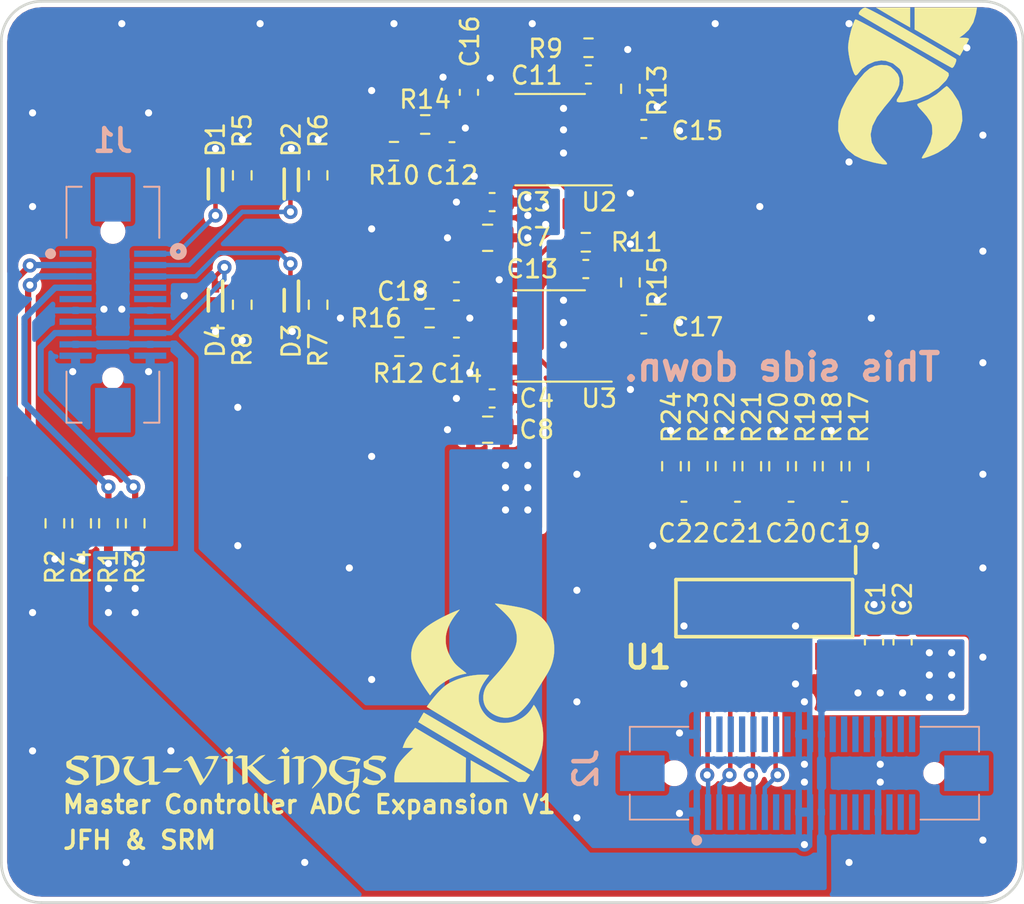
<source format=kicad_pcb>
(kicad_pcb (version 20171130) (host pcbnew 5.1.8-db9833491~88~ubuntu20.04.1)
  (title_block (title " PROJECT TITLE") (date 2018-07-24) (rev 0.1) (company JSR))
  (layers (0 F.Cu signal) (31 B.Cu signal) (34 B.Paste user) (35 F.Paste user) (36 B.SilkS user) (37 F.SilkS user) (38 B.Mask user) (39 F.Mask user) (44 Edge.Cuts user))
  (net 0 "")
  (net 1 GND)
  (net 2 /CS0_P)
  (net 3 /CS1_P)
  (net 4 +5V)
  (net 5 "Net-(C12-Pad1)")
  (net 6 "Net-(C12-Pad2)")
  (net 7 "Net-(C14-Pad1)")
  (net 8 "Net-(C15-Pad1)")
  (net 9 "Net-(C17-Pad1)")
  (net 10 "Net-(C18-Pad1)")
  (net 11 /CoolSensor0)
  (net 12 /CoolSensor1)
  (net 13 /AuxSensor2)
  (net 14 /AuxSensor3)
  (net 15 /AuxSensor2Supply)
  (net 16 /AuxSensor2Ground)
  (net 17 /AuxSensor3Supply)
  (net 18 /AuxSensor3Ground)
  (net 19 /SPI_CLK)
  (net 20 /SPI_OUT)
  (net 21 /SPI_IN)
  (net 22 /SPI_CS)
  (net 23 "Net-(J1-PadMP1)")
  (net 24 "Net-(J1-PadMP2)")
  (net 25 "Net-(J2-PadMP2)")
  (net 26 "Net-(J2-PadMP1)")
  (net 27 "Net-(J2-Pad38)")
  (net 28 "Net-(J2-Pad37)")
  (net 29 "Net-(J2-Pad36)")
  (net 30 "Net-(J2-Pad35)")
  (net 31 "Net-(J2-Pad32)")
  (net 32 "Net-(J2-Pad31)")
  (net 33 "Net-(J2-Pad29)")
  (net 34 "Net-(J2-Pad27)")
  (net 35 "Net-(J2-Pad25)")
  (net 36 "Net-(J2-Pad18)")
  (net 37 "Net-(J2-Pad17)")
  (net 38 "Net-(J2-Pad16)")
  (net 39 "Net-(J2-Pad15)")
  (net 40 "Net-(J2-Pad10)")
  (net 41 "Net-(J2-Pad9)")
  (net 42 "Net-(J2-Pad8)")
  (net 43 "Net-(J2-Pad7)")
  (net 44 "Net-(C11-Pad2)")
  (net 45 "Net-(C11-Pad1)")
  (net 46 "Net-(C13-Pad2)")
  (net 47 "Net-(C13-Pad1)")
  (net 48 "Net-(C14-Pad2)")
  (net 49 "Net-(C16-Pad1)")
  (net 50 /CS0_N)
  (net 51 /CS1_N)
  (net 52 /A2_N)
  (net 53 /A2_P)
  (net 54 /A3_N)
  (net 55 /A3_P)
  (net 56 "Net-(J2-Pad30)")
  (net 57 "Net-(J2-Pad28)")
  (net 58 "Net-(J2-Pad26)")
  (net 59 "Net-(J1-Pad9)")
  (net 60 "Net-(J1-Pad10)")
  (net 61 "Net-(J2-Pad40)")
  (net 62 "Net-(J2-Pad39)")
  (net 63 "Net-(J1-Pad1)")
  (net 64 "Net-(J1-Pad8)")
  (net 65 "Net-(J1-Pad14)")
  (net 66 "Net-(J1-Pad13)")
  (net 67 "Net-(J2-Pad4)")
  (net 68 "Net-(J2-Pad6)")
  (net 69 "Net-(J2-Pad12)")
  (net 70 "Net-(J2-Pad14)")
  (module Vikings_connectors:Molex_536270474_flipped (layer B.Cu) (at 163 115.25)
    (fp_text reference J2 (at -12.25 -0.25 90) (layer B.SilkS) (effects (font (size 1.27 1.27) (thickness 0.254)) (justify mirror)))
    (fp_text value Molex_53627-0474 hide)
    (pad 1 smd rect (at -6.032 2.1815) (size 0.35 2) (layers B.Cu B.Paste B.Mask) (net 1 GND))
    (pad 2 smd rect (at -6.032 -2.1815) (size 0.35 2) (layers B.Cu B.Paste B.Mask) (net 1 GND))
    (pad 3 smd rect (at -5.397 2.1815) (size 0.35 2) (layers B.Cu B.Paste B.Mask) (net 22 /SPI_CS))
    (pad 4 smd rect (at -5.397 -2.1815) (size 0.35 2) (layers B.Cu B.Paste B.Mask) (net 67 "Net-(J2-Pad4)"))
    (pad 5 smd rect (at -4.763 2.1815) (size 0.35 2) (layers B.Cu B.Paste B.Mask) (net 21 /SPI_IN))
    (pad 6 smd rect (at -4.763 -2.1815) (size 0.35 2) (layers B.Cu B.Paste B.Mask) (net 68 "Net-(J2-Pad6)"))
    (pad 7 smd rect (at -4.127 2.1815) (size 0.35 2) (layers B.Cu B.Paste B.Mask) (net 43 "Net-(J2-Pad7)"))
    (pad 8 smd rect (at -4.127 -2.1815) (size 0.35 2) (layers B.Cu B.Paste B.Mask) (net 42 "Net-(J2-Pad8)"))
    (pad 9 smd rect (at -3.492 2.1815) (size 0.35 2) (layers B.Cu B.Paste B.Mask) (net 41 "Net-(J2-Pad9)"))
    (pad 10 smd rect (at -3.492 -2.1815) (size 0.35 2) (layers B.Cu B.Paste B.Mask) (net 40 "Net-(J2-Pad10)"))
    (pad 11 smd rect (at -2.857 2.1815) (size 0.35 2) (layers B.Cu B.Paste B.Mask) (net 20 /SPI_OUT))
    (pad 12 smd rect (at -2.857 -2.1815) (size 0.35 2) (layers B.Cu B.Paste B.Mask) (net 69 "Net-(J2-Pad12)"))
    (pad 13 smd rect (at -2.222 2.1815) (size 0.35 2) (layers B.Cu B.Paste B.Mask) (net 19 /SPI_CLK))
    (pad 14 smd rect (at -2.222 -2.1815) (size 0.35 2) (layers B.Cu B.Paste B.Mask) (net 70 "Net-(J2-Pad14)"))
    (pad 15 smd rect (at -1.587 2.1815) (size 0.35 2) (layers B.Cu B.Paste B.Mask) (net 39 "Net-(J2-Pad15)"))
    (pad 16 smd rect (at -1.587 -2.1815) (size 0.35 2) (layers B.Cu B.Paste B.Mask) (net 38 "Net-(J2-Pad16)"))
    (pad 17 smd rect (at -0.952 2.1815) (size 0.35 2) (layers B.Cu B.Paste B.Mask) (net 37 "Net-(J2-Pad17)"))
    (pad 18 smd rect (at -0.952 -2.1815) (size 0.35 2) (layers B.Cu B.Paste B.Mask) (net 36 "Net-(J2-Pad18)"))
    (pad 19 smd rect (at -0.317 2.1815) (size 0.35 2) (layers B.Cu B.Paste B.Mask) (net 1 GND))
    (pad 20 smd rect (at -0.317 -2.1815) (size 0.35 2) (layers B.Cu B.Paste B.Mask) (net 1 GND))
    (pad 21 smd rect (at 0.317 2.1815) (size 0.35 2) (layers B.Cu B.Paste B.Mask) (net 1 GND))
    (pad 22 smd rect (at 0.317 -2.1815) (size 0.35 2) (layers B.Cu B.Paste B.Mask) (net 1 GND))
    (pad 23 smd rect (at 0.953 2.1815) (size 0.35 2) (layers B.Cu B.Paste B.Mask) (net 4 +5V))
    (pad 24 smd rect (at 0.953 -2.1815) (size 0.35 2) (layers B.Cu B.Paste B.Mask) (net 4 +5V))
    (pad 25 smd rect (at 1.588 2.1815) (size 0.35 2) (layers B.Cu B.Paste B.Mask) (net 35 "Net-(J2-Pad25)"))
    (pad 26 smd rect (at 1.588 -2.1815) (size 0.35 2) (layers B.Cu B.Paste B.Mask) (net 58 "Net-(J2-Pad26)"))
    (pad 27 smd rect (at 2.223 2.1815) (size 0.35 2) (layers B.Cu B.Paste B.Mask) (net 34 "Net-(J2-Pad27)"))
    (pad 28 smd rect (at 2.223 -2.1815) (size 0.35 2) (layers B.Cu B.Paste B.Mask) (net 57 "Net-(J2-Pad28)"))
    (pad 29 smd rect (at 2.858 2.1815) (size 0.35 2) (layers B.Cu B.Paste B.Mask) (net 33 "Net-(J2-Pad29)"))
    (pad 30 smd rect (at 2.858 -2.1815) (size 0.35 2) (layers B.Cu B.Paste B.Mask) (net 56 "Net-(J2-Pad30)"))
    (pad 31 smd rect (at 3.493 2.1815) (size 0.35 2) (layers B.Cu B.Paste B.Mask) (net 32 "Net-(J2-Pad31)"))
    (pad 32 smd rect (at 3.493 -2.1815) (size 0.35 2) (layers B.Cu B.Paste B.Mask) (net 31 "Net-(J2-Pad32)"))
    (pad 33 smd rect (at 4.128 2.1815) (size 0.35 2) (layers B.Cu B.Paste B.Mask) (net 1 GND))
    (pad 34 smd rect (at 4.128 -2.1815) (size 0.35 2) (layers B.Cu B.Paste B.Mask) (net 1 GND))
    (pad 35 smd rect (at 4.763 2.1815) (size 0.35 2) (layers B.Cu B.Paste B.Mask) (net 30 "Net-(J2-Pad35)"))
    (pad 36 smd rect (at 4.763 -2.1815) (size 0.35 2) (layers B.Cu B.Paste B.Mask) (net 29 "Net-(J2-Pad36)"))
    (pad 37 smd rect (at 5.397 2.1815) (size 0.35 2) (layers B.Cu B.Paste B.Mask) (net 28 "Net-(J2-Pad37)"))
    (pad 38 smd rect (at 5.397 -2.1815) (size 0.35 2) (layers B.Cu B.Paste B.Mask) (net 27 "Net-(J2-Pad38)"))
    (pad 39 smd rect (at 6.032 2.1815) (size 0.35 2) (layers B.Cu B.Paste B.Mask) (net 62 "Net-(J2-Pad39)"))
    (pad 40 smd rect (at 6.032 -2.1815) (size 0.35 2) (layers B.Cu B.Paste B.Mask) (net 61 "Net-(J2-Pad40)"))
    (pad "" np_thru_hole circle (at -7.285 0) (size 0.75 0.75) (drill 0.75) (layers *.Cu *.Mask))
    (pad "" np_thru_hole circle (at 7.285 0) (size 0.95 0.95) (drill 0.95) (layers *.Cu *.Mask))
    (pad MP1 smd rect (at -9.085 0 270) (size 2 2.5) (layers B.Cu B.Paste B.Mask) (net 26 "Net-(J2-PadMP1)"))
    (pad MP2 smd rect (at 9.085 0 270) (size 2 2.5) (layers B.Cu B.Paste B.Mask) (net 25 "Net-(J2-PadMP2)"))
  )
  (module Vikings_connectors:Molex_536270274_flipped (layer B.Cu) (at 124.25 89 270)
    (fp_text reference J1 (at -9.2 0 180) (layer B.SilkS) (effects (font (size 1.27 1.27) (thickness 0.254)) (justify mirror)))
    (fp_text value Molex_53627-0274 hide)
    (pad MP2 smd rect (at 5.91 0 180) (size 2 2.5) (layers B.Cu B.Paste B.Mask) (net 24 "Net-(J1-PadMP2)"))
    (pad MP1 smd rect (at -5.91 0 180) (size 2 2.5) (layers B.Cu B.Paste B.Mask) (net 23 "Net-(J1-PadMP1)"))
    (pad "" np_thru_hole circle (at 4.11 0 270) (size 0.95 0.95) (drill 0.95) (layers *.Cu *.Mask))
    (pad "" np_thru_hole circle (at -4.11 0 270) (size 0.75 0.75) (drill 0.75) (layers *.Cu *.Mask))
    (pad 20 smd rect (at 2.857 -2.091 270) (size 0.35 1.8) (layers B.Cu B.Paste B.Mask) (net 1 GND))
    (pad 19 smd rect (at 2.857 2.091 270) (size 0.35 1.8) (layers B.Cu B.Paste B.Mask) (net 1 GND))
    (pad 18 smd rect (at 2.223 -2.091 270) (size 0.35 1.8) (layers B.Cu B.Paste B.Mask) (net 4 +5V))
    (pad 17 smd rect (at 2.223 2.091 270) (size 0.35 1.8) (layers B.Cu B.Paste B.Mask) (net 4 +5V))
    (pad 16 smd rect (at 1.588 -2.091 270) (size 0.35 1.8) (layers B.Cu B.Paste B.Mask) (net 14 /AuxSensor3))
    (pad 15 smd rect (at 1.588 2.091 270) (size 0.35 1.8) (layers B.Cu B.Paste B.Mask) (net 17 /AuxSensor3Supply))
    (pad 14 smd rect (at 0.953 -2.091 270) (size 0.35 1.8) (layers B.Cu B.Paste B.Mask) (net 65 "Net-(J1-Pad14)"))
    (pad 13 smd rect (at 0.953 2.091 270) (size 0.35 1.8) (layers B.Cu B.Paste B.Mask) (net 66 "Net-(J1-Pad13)"))
    (pad 12 smd rect (at 0.318 -2.091 270) (size 0.35 1.8) (layers B.Cu B.Paste B.Mask) (net 1 GND))
    (pad 11 smd rect (at 0.318 2.091 270) (size 0.35 1.8) (layers B.Cu B.Paste B.Mask) (net 1 GND))
    (pad 10 smd rect (at -0.317 -2.091 270) (size 0.35 1.8) (layers B.Cu B.Paste B.Mask) (net 60 "Net-(J1-Pad10)"))
    (pad 9 smd rect (at -0.317 2.091 270) (size 0.35 1.8) (layers B.Cu B.Paste B.Mask) (net 59 "Net-(J1-Pad9)"))
    (pad 8 smd rect (at -0.952 -2.091 270) (size 0.35 1.8) (layers B.Cu B.Paste B.Mask) (net 64 "Net-(J1-Pad8)"))
    (pad 7 smd rect (at -0.952 2.091 270) (size 0.35 1.8) (layers B.Cu B.Paste B.Mask) (net 15 /AuxSensor2Supply))
    (pad 6 smd rect (at -1.587 -2.091 270) (size 0.35 1.8) (layers B.Cu B.Paste B.Mask) (net 13 /AuxSensor2))
    (pad 5 smd rect (at -1.587 2.091 270) (size 0.35 1.8) (layers B.Cu B.Paste B.Mask) (net 18 /AuxSensor3Ground))
    (pad 4 smd rect (at -2.222 -2.091 270) (size 0.35 1.8) (layers B.Cu B.Paste B.Mask) (net 12 /CoolSensor1))
    (pad 3 smd rect (at -2.222 2.091 270) (size 0.35 1.8) (layers B.Cu B.Paste B.Mask) (net 16 /AuxSensor2Ground))
    (pad 2 smd rect (at -2.857 -2.091 270) (size 0.35 1.8) (layers B.Cu B.Paste B.Mask) (net 11 /CoolSensor0))
    (pad 1 smd rect (at -2.857 2.091 270) (size 0.35 1.8) (layers B.Cu B.Paste B.Mask) (net 63 "Net-(J1-Pad1)"))
  )
  (module Vikings_graphics:VikingLogo_Silk_9x10mm (layer F.Cu) (at 144.5 110.75)
    (fp_text reference G*** hide)
    (fp_text value LOGO hide)
  )
  (module Vikings_graphics:VikingsText_Silk_19x3mm (layer F.Cu) (at 130.5 115)
    (fp_text reference G*** hide)
    (fp_text value LOGO hide)
  )
  (module Vikings_graphics:VikingLogo_Silk_8x9mm (layer F.Cu) (at 168.75 76.75 180)
    (fp_text reference G*** hide)
    (fp_text value LOGO hide)
  )
  (module Capacitor_SMD:C_0603_1608Metric (layer F.Cu) (at 166.9 107.9 270)
    (fp_text reference C1 (at -2.4 -0.1 90) (layer F.SilkS))
    (fp_text value "100 nF")
    (pad 2 smd roundrect (at 0.775 0 270) (size 0.9 0.95) (layers F.Cu F.Paste F.Mask) (net 4 +5V))
    (pad 1 smd roundrect (at -0.775 0 270) (size 0.9 0.95) (layers F.Cu F.Paste F.Mask) (net 1 GND))
  )
  (module Capacitor_SMD:C_0603_1608Metric (layer F.Cu) (at 168.5 107.9 270)
    (fp_text reference C2 (at -2.4 0 90) (layer F.SilkS))
    (fp_text value "4.7 µF")
    (pad 1 smd roundrect (at -0.775 0 270) (size 0.9 0.95) (layers F.Cu F.Paste F.Mask) (net 1 GND))
    (pad 2 smd roundrect (at 0.775 0 270) (size 0.9 0.95) (layers F.Cu F.Paste F.Mask) (net 4 +5V))
  )
  (module Capacitor_SMD:C_0603_1608Metric (layer F.Cu) (at 145.5 83.25)
    (fp_text reference C3 (at 2.3 0) (layer F.SilkS))
    (fp_text value "100 nF")
    (pad 1 smd roundrect (at -0.775 0) (size 0.9 0.95) (layers F.Cu F.Paste F.Mask) (net 1 GND))
    (pad 2 smd roundrect (at 0.775 0) (size 0.9 0.95) (layers F.Cu F.Paste F.Mask) (net 4 +5V))
  )
  (module Capacitor_SMD:C_0603_1608Metric (layer F.Cu) (at 145.5 94.25)
    (fp_text reference C4 (at 2.5 0) (layer F.SilkS))
    (fp_text value "100 nF")
    (pad 2 smd roundrect (at 0.775 0) (size 0.9 0.95) (layers F.Cu F.Paste F.Mask) (net 4 +5V))
    (pad 1 smd roundrect (at -0.775 0) (size 0.9 0.95) (layers F.Cu F.Paste F.Mask) (net 1 GND))
  )
  (module Capacitor_SMD:C_0805_2012Metric (layer F.Cu) (at 145.25 85.25)
    (fp_text reference C7 (at 2.55 -0.05) (layer F.SilkS))
    (fp_text value "10 µF")
    (pad 1 smd roundrect (at -0.95 0) (size 1 1.45) (layers F.Cu F.Paste F.Mask) (net 1 GND))
    (pad 2 smd roundrect (at 0.95 0) (size 1 1.45) (layers F.Cu F.Paste F.Mask) (net 4 +5V))
  )
  (module Capacitor_SMD:C_0805_2012Metric (layer F.Cu) (at 145.25 96)
    (fp_text reference C8 (at 2.75 0) (layer F.SilkS))
    (fp_text value "10 µF")
    (pad 2 smd roundrect (at 0.95 0) (size 1 1.45) (layers F.Cu F.Paste F.Mask) (net 4 +5V))
    (pad 1 smd roundrect (at -0.95 0) (size 1 1.45) (layers F.Cu F.Paste F.Mask) (net 1 GND))
  )
  (module Capacitor_SMD:C_0603_1608Metric (layer F.Cu) (at 150.9 76.1)
    (fp_text reference C11 (at -2.9 0.05) (layer F.SilkS))
    (fp_text value "56 nF")
    (pad 2 smd roundrect (at 0.775 0) (size 0.9 0.95) (layers F.Cu F.Paste F.Mask) (net 44 "Net-(C11-Pad2)"))
    (pad 1 smd roundrect (at -0.775 0) (size 0.9 0.95) (layers F.Cu F.Paste F.Mask) (net 45 "Net-(C11-Pad1)"))
  )
  (module Capacitor_SMD:C_0603_1608Metric (layer F.Cu) (at 143.25 80.4 180)
    (fp_text reference C12 (at 0 -1.35) (layer F.SilkS))
    (fp_text value "56 nF")
    (pad 1 smd roundrect (at -0.775 0 180) (size 0.9 0.95) (layers F.Cu F.Paste F.Mask) (net 5 "Net-(C12-Pad1)"))
    (pad 2 smd roundrect (at 0.775 0 180) (size 0.9 0.95) (layers F.Cu F.Paste F.Mask) (net 6 "Net-(C12-Pad2)"))
  )
  (module Capacitor_SMD:C_0603_1608Metric (layer F.Cu) (at 150.75 87)
    (fp_text reference C13 (at -3 0) (layer F.SilkS))
    (fp_text value "56 nF")
    (pad 2 smd roundrect (at 0.775 0) (size 0.9 0.95) (layers F.Cu F.Paste F.Mask) (net 46 "Net-(C13-Pad2)"))
    (pad 1 smd roundrect (at -0.775 0) (size 0.9 0.95) (layers F.Cu F.Paste F.Mask) (net 47 "Net-(C13-Pad1)"))
  )
  (module Capacitor_SMD:C_0603_1608Metric (layer F.Cu) (at 143.5 91.35 180)
    (fp_text reference C14 (at 0 -1.5) (layer F.SilkS))
    (fp_text value "56 nF")
    (pad 1 smd roundrect (at -0.775 0 180) (size 0.9 0.95) (layers F.Cu F.Paste F.Mask) (net 7 "Net-(C14-Pad1)"))
    (pad 2 smd roundrect (at 0.775 0 180) (size 0.9 0.95) (layers F.Cu F.Paste F.Mask) (net 48 "Net-(C14-Pad2)"))
  )
  (module Capacitor_SMD:C_0603_1608Metric (layer F.Cu) (at 154 79.15)
    (fp_text reference C15 (at 3 0.1) (layer F.SilkS))
    (fp_text value "33 nF")
    (pad 1 smd roundrect (at -0.775 0) (size 0.9 0.95) (layers F.Cu F.Paste F.Mask) (net 8 "Net-(C15-Pad1)"))
    (pad 2 smd roundrect (at 0.775 0) (size 0.9 0.95) (layers F.Cu F.Paste F.Mask) (net 1 GND))
  )
  (module Capacitor_SMD:C_0603_1608Metric (layer F.Cu) (at 144.2 77.1 90)
    (fp_text reference C16 (at 2.85 0.05 270) (layer F.SilkS))
    (fp_text value "33 nF")
    (pad 1 smd roundrect (at -0.775 0 90) (size 0.9 0.95) (layers F.Cu F.Paste F.Mask) (net 49 "Net-(C16-Pad1)"))
    (pad 2 smd roundrect (at 0.775 0 90) (size 0.9 0.95) (layers F.Cu F.Paste F.Mask) (net 1 GND))
  )
  (module Capacitor_SMD:C_0603_1608Metric (layer F.Cu) (at 154 90.1)
    (fp_text reference C17 (at 3 0.15) (layer F.SilkS))
    (fp_text value "33 nF")
    (pad 1 smd roundrect (at -0.775 0) (size 0.9 0.95) (layers F.Cu F.Paste F.Mask) (net 9 "Net-(C17-Pad1)"))
    (pad 2 smd roundrect (at 0.775 0) (size 0.9 0.95) (layers F.Cu F.Paste F.Mask) (net 1 GND))
  )
  (module Capacitor_SMD:C_0603_1608Metric (layer F.Cu) (at 143.5 88.25 180)
    (fp_text reference C18 (at 3 0) (layer F.SilkS))
    (fp_text value "33 nF")
    (pad 2 smd roundrect (at 0.775 0 180) (size 0.9 0.95) (layers F.Cu F.Paste F.Mask) (net 1 GND))
    (pad 1 smd roundrect (at -0.775 0 180) (size 0.9 0.95) (layers F.Cu F.Paste F.Mask) (net 10 "Net-(C18-Pad1)"))
  )
  (module Capacitor_SMD:C_0603_1608Metric (layer F.Cu) (at 165.25 100.55 180)
    (fp_text reference C19 (at 0 -1.25) (layer F.SilkS))
    (fp_text value "15 nF")
    (pad 2 smd roundrect (at 0.775 0 180) (size 0.9 0.95) (layers F.Cu F.Paste F.Mask) (net 50 /CS0_N))
    (pad 1 smd roundrect (at -0.775 0 180) (size 0.9 0.95) (layers F.Cu F.Paste F.Mask) (net 2 /CS0_P))
  )
  (module Capacitor_SMD:C_0603_1608Metric (layer F.Cu) (at 162.25 100.55 180)
    (fp_text reference C20 (at 0 -1.25) (layer F.SilkS))
    (fp_text value "15 nF")
    (pad 1 smd roundrect (at -0.775 0 180) (size 0.9 0.95) (layers F.Cu F.Paste F.Mask) (net 3 /CS1_P))
    (pad 2 smd roundrect (at 0.775 0 180) (size 0.9 0.95) (layers F.Cu F.Paste F.Mask) (net 51 /CS1_N))
  )
  (module Capacitor_SMD:C_0603_1608Metric (layer F.Cu) (at 159.25 100.55 180)
    (fp_text reference C21 (at 0 -1.25) (layer F.SilkS))
    (fp_text value "15 nF")
    (pad 2 smd roundrect (at 0.775 0 180) (size 0.9 0.95) (layers F.Cu F.Paste F.Mask) (net 52 /A2_N))
    (pad 1 smd roundrect (at -0.775 0 180) (size 0.9 0.95) (layers F.Cu F.Paste F.Mask) (net 53 /A2_P))
  )
  (module Capacitor_SMD:C_0603_1608Metric (layer F.Cu) (at 156.25 100.55 180)
    (fp_text reference C22 (at 0 -1.25) (layer F.SilkS))
    (fp_text value "15 nF")
    (pad 2 smd roundrect (at 0.775 0 180) (size 0.9 0.95) (layers F.Cu F.Paste F.Mask) (net 54 /A3_N))
    (pad 1 smd roundrect (at -0.775 0 180) (size 0.9 0.95) (layers F.Cu F.Paste F.Mask) (net 55 /A3_P))
  )
  (module Vikings_devices:SODFL1608X70N (layer F.Cu) (at 130 82 90)
    (fp_text reference D1 (at 2.25 0 90) (layer F.SilkS))
    (fp_text value ESD5Z5.0T1G hide)
    (pad 2 smd rect (at 0.75 0 180) (size 0.42 0.64) (layers F.Cu F.Paste F.Mask) (net 1 GND))
    (pad 1 smd rect (at -0.75 0 180) (size 0.42 0.64) (layers F.Cu F.Paste F.Mask) (net 11 /CoolSensor0))
  )
  (module Vikings_devices:SODFL1608X70N (layer F.Cu) (at 134.25 82 90)
    (fp_text reference D2 (at 2.25 0 90) (layer F.SilkS))
    (fp_text value ESD5Z5.0T1G hide)
    (pad 1 smd rect (at -0.75 0 180) (size 0.42 0.64) (layers F.Cu F.Paste F.Mask) (net 12 /CoolSensor1))
    (pad 2 smd rect (at 0.75 0 180) (size 0.42 0.64) (layers F.Cu F.Paste F.Mask) (net 1 GND))
  )
  (module Vikings_devices:SODFL1608X70N (layer F.Cu) (at 134.25 88.75 270)
    (fp_text reference D3 (at 2.286 0 90) (layer F.SilkS))
    (fp_text value ESD5Z5.0T1G hide)
    (pad 1 smd rect (at -0.75 0) (size 0.42 0.64) (layers F.Cu F.Paste F.Mask) (net 13 /AuxSensor2))
    (pad 2 smd rect (at 0.75 0) (size 0.42 0.64) (layers F.Cu F.Paste F.Mask) (net 1 GND))
  )
  (module Vikings_devices:SODFL1608X70N (layer F.Cu) (at 130 88.75 270)
    (fp_text reference D4 (at 2.25 0 90) (layer F.SilkS))
    (fp_text value ESD5Z5.0T1G hide)
    (pad 2 smd rect (at 0.75 0) (size 0.42 0.64) (layers F.Cu F.Paste F.Mask) (net 1 GND))
    (pad 1 smd rect (at -0.75 0) (size 0.42 0.64) (layers F.Cu F.Paste F.Mask) (net 14 /AuxSensor3))
  )
  (module Resistor_SMD:R_0603_1608Metric (layer F.Cu) (at 124 101.25 90)
    (fp_text reference R1 (at -2.45 0 90) (layer F.SilkS))
    (fp_text value 0R)
    (pad 1 smd roundrect (at -0.825 0 90) (size 0.8 0.95) (layers F.Cu F.Paste F.Mask) (net 4 +5V))
    (pad 2 smd roundrect (at 0.825 0 90) (size 0.8 0.95) (layers F.Cu F.Paste F.Mask) (net 15 /AuxSensor2Supply))
  )
  (module Resistor_SMD:R_0603_1608Metric (layer F.Cu) (at 121 101.25 90)
    (fp_text reference R2 (at -2.45 0 90) (layer F.SilkS))
    (fp_text value 0R)
    (pad 2 smd roundrect (at 0.825 0 90) (size 0.8 0.95) (layers F.Cu F.Paste F.Mask) (net 16 /AuxSensor2Ground))
    (pad 1 smd roundrect (at -0.825 0 90) (size 0.8 0.95) (layers F.Cu F.Paste F.Mask) (net 1 GND))
  )
  (module Resistor_SMD:R_0603_1608Metric (layer F.Cu) (at 125.5 101.25 90)
    (fp_text reference R3 (at -2.45 0 90) (layer F.SilkS))
    (fp_text value 0R)
    (pad 1 smd roundrect (at -0.825 0 90) (size 0.8 0.95) (layers F.Cu F.Paste F.Mask) (net 4 +5V))
    (pad 2 smd roundrect (at 0.825 0 90) (size 0.8 0.95) (layers F.Cu F.Paste F.Mask) (net 17 /AuxSensor3Supply))
  )
  (module Resistor_SMD:R_0603_1608Metric (layer F.Cu) (at 122.5 101.25 90)
    (fp_text reference R4 (at -2.45 0 90) (layer F.SilkS))
    (fp_text value 0R)
    (pad 2 smd roundrect (at 0.825 0 90) (size 0.8 0.95) (layers F.Cu F.Paste F.Mask) (net 18 /AuxSensor3Ground))
    (pad 1 smd roundrect (at -0.825 0 90) (size 0.8 0.95) (layers F.Cu F.Paste F.Mask) (net 1 GND))
  )
  (module Resistor_SMD:R_0603_1608Metric (layer F.Cu) (at 131.5 81.75 90)
    (fp_text reference R5 (at 2.5 0 90) (layer F.SilkS))
    (fp_text value 6.98k)
    (pad 2 smd roundrect (at 0.825 0 90) (size 0.8 0.95) (layers F.Cu F.Paste F.Mask) (net 1 GND))
    (pad 1 smd roundrect (at -0.825 0 90) (size 0.8 0.95) (layers F.Cu F.Paste F.Mask) (net 11 /CoolSensor0))
  )
  (module Resistor_SMD:R_0603_1608Metric (layer F.Cu) (at 135.75 81.75 90)
    (fp_text reference R6 (at 2.5 0 90) (layer F.SilkS))
    (fp_text value 6.98k)
    (pad 2 smd roundrect (at 0.825 0 90) (size 0.8 0.95) (layers F.Cu F.Paste F.Mask) (net 1 GND))
    (pad 1 smd roundrect (at -0.825 0 90) (size 0.8 0.95) (layers F.Cu F.Paste F.Mask) (net 12 /CoolSensor1))
  )
  (module Resistor_SMD:R_0603_1608Metric (layer F.Cu) (at 135.75 89 270)
    (fp_text reference R7 (at 2.54 0 90) (layer F.SilkS))
    (fp_text value NC)
    (pad 1 smd roundrect (at -0.825 0 270) (size 0.8 0.95) (layers F.Cu F.Paste F.Mask) (net 13 /AuxSensor2))
    (pad 2 smd roundrect (at 0.825 0 270) (size 0.8 0.95) (layers F.Cu F.Paste F.Mask) (net 1 GND))
  )
  (module Resistor_SMD:R_0603_1608Metric (layer F.Cu) (at 131.5 89 270)
    (fp_text reference R8 (at 2.5 0 90) (layer F.SilkS))
    (fp_text value NC)
    (pad 2 smd roundrect (at 0.825 0 270) (size 0.8 0.95) (layers F.Cu F.Paste F.Mask) (net 1 GND))
    (pad 1 smd roundrect (at -0.825 0 270) (size 0.8 0.95) (layers F.Cu F.Paste F.Mask) (net 14 /AuxSensor3))
  )
  (module Resistor_SMD:R_0603_1608Metric (layer F.Cu) (at 150.9 74.6 180)
    (fp_text reference R9 (at 2.4 -0.05) (layer F.SilkS))
    (fp_text value 8.66k)
    (pad 2 smd roundrect (at 0.825 0 180) (size 0.8 0.95) (layers F.Cu F.Paste F.Mask) (net 11 /CoolSensor0))
    (pad 1 smd roundrect (at -0.825 0 180) (size 0.8 0.95) (layers F.Cu F.Paste F.Mask) (net 44 "Net-(C11-Pad2)"))
  )
  (module Resistor_SMD:R_0603_1608Metric (layer F.Cu) (at 140 80.4 180)
    (fp_text reference R10 (at 0 -1.35) (layer F.SilkS))
    (fp_text value 8.66k)
    (pad 1 smd roundrect (at -0.825 0 180) (size 0.8 0.95) (layers F.Cu F.Paste F.Mask) (net 6 "Net-(C12-Pad2)"))
    (pad 2 smd roundrect (at 0.825 0 180) (size 0.8 0.95) (layers F.Cu F.Paste F.Mask) (net 12 /CoolSensor1))
  )
  (module Resistor_SMD:R_0603_1608Metric (layer F.Cu) (at 150.75 85.5 180)
    (fp_text reference R11 (at -2.85 0) (layer F.SilkS))
    (fp_text value 8.66k)
    (pad 1 smd roundrect (at -0.825 0 180) (size 0.8 0.95) (layers F.Cu F.Paste F.Mask) (net 46 "Net-(C13-Pad2)"))
    (pad 2 smd roundrect (at 0.825 0 180) (size 0.8 0.95) (layers F.Cu F.Paste F.Mask) (net 13 /AuxSensor2))
  )
  (module Resistor_SMD:R_0603_1608Metric (layer F.Cu) (at 140.3 91.35 180)
    (fp_text reference R12 (at 0.05 -1.5) (layer F.SilkS))
    (fp_text value 8.66k)
    (pad 2 smd roundrect (at 0.825 0 180) (size 0.8 0.95) (layers F.Cu F.Paste F.Mask) (net 14 /AuxSensor3))
    (pad 1 smd roundrect (at -0.825 0 180) (size 0.8 0.95) (layers F.Cu F.Paste F.Mask) (net 48 "Net-(C14-Pad2)"))
  )
  (module Resistor_SMD:R_0603_1608Metric (layer F.Cu) (at 153.25 76.9 90)
    (fp_text reference R13 (at -0.1 1.5 90) (layer F.SilkS))
    (fp_text value 8.66k)
    (pad 1 smd roundrect (at -0.825 0 90) (size 0.8 0.95) (layers F.Cu F.Paste F.Mask) (net 8 "Net-(C15-Pad1)"))
    (pad 2 smd roundrect (at 0.825 0 90) (size 0.8 0.95) (layers F.Cu F.Paste F.Mask) (net 44 "Net-(C11-Pad2)"))
  )
  (module Resistor_SMD:R_0603_1608Metric (layer F.Cu) (at 141.75 78.9 180)
    (fp_text reference R14 (at 0 1.4) (layer F.SilkS))
    (fp_text value 8.66k)
    (pad 2 smd roundrect (at 0.825 0 180) (size 0.8 0.95) (layers F.Cu F.Paste F.Mask) (net 6 "Net-(C12-Pad2)"))
    (pad 1 smd roundrect (at -0.825 0 180) (size 0.8 0.95) (layers F.Cu F.Paste F.Mask) (net 49 "Net-(C16-Pad1)"))
  )
  (module Resistor_SMD:R_0603_1608Metric (layer F.Cu) (at 153.25 87.75 90)
    (fp_text reference R15 (at 0 1.5 90) (layer F.SilkS))
    (fp_text value 8.66k)
    (pad 2 smd roundrect (at 0.825 0 90) (size 0.8 0.95) (layers F.Cu F.Paste F.Mask) (net 46 "Net-(C13-Pad2)"))
    (pad 1 smd roundrect (at -0.825 0 90) (size 0.8 0.95) (layers F.Cu F.Paste F.Mask) (net 9 "Net-(C17-Pad1)"))
  )
  (module Resistor_SMD:R_0603_1608Metric (layer F.Cu) (at 142 89.75 180)
    (fp_text reference R16 (at 3 0) (layer F.SilkS))
    (fp_text value 8.66k)
    (pad 2 smd roundrect (at 0.825 0 180) (size 0.8 0.95) (layers F.Cu F.Paste F.Mask) (net 48 "Net-(C14-Pad2)"))
    (pad 1 smd roundrect (at -0.825 0 180) (size 0.8 0.95) (layers F.Cu F.Paste F.Mask) (net 10 "Net-(C18-Pad1)"))
  )
  (module Resistor_SMD:R_0603_1608Metric (layer F.Cu) (at 166.05 98.05 90)
    (fp_text reference R17 (at 2.75 0 90) (layer F.SilkS))
    (fp_text value "147 R")
    (pad 1 smd roundrect (at -0.825 0 90) (size 0.8 0.95) (layers F.Cu F.Paste F.Mask) (net 2 /CS0_P))
    (pad 2 smd roundrect (at 0.825 0 90) (size 0.8 0.95) (layers F.Cu F.Paste F.Mask) (net 45 "Net-(C11-Pad1)"))
  )
  (module Resistor_SMD:R_0603_1608Metric (layer F.Cu) (at 164.55 98.05 90)
    (fp_text reference R18 (at 2.75 0 90) (layer F.SilkS))
    (fp_text value "147 R")
    (pad 2 smd roundrect (at 0.825 0 90) (size 0.8 0.95) (layers F.Cu F.Paste F.Mask) (net 1 GND))
    (pad 1 smd roundrect (at -0.825 0 90) (size 0.8 0.95) (layers F.Cu F.Paste F.Mask) (net 50 /CS0_N))
  )
  (module Resistor_SMD:R_0603_1608Metric (layer F.Cu) (at 163.05 98.05 90)
    (fp_text reference R19 (at 2.75 0 90) (layer F.SilkS))
    (fp_text value "147 R")
    (pad 2 smd roundrect (at 0.825 0 90) (size 0.8 0.95) (layers F.Cu F.Paste F.Mask) (net 5 "Net-(C12-Pad1)"))
    (pad 1 smd roundrect (at -0.825 0 90) (size 0.8 0.95) (layers F.Cu F.Paste F.Mask) (net 3 /CS1_P))
  )
  (module Resistor_SMD:R_0603_1608Metric (layer F.Cu) (at 161.55 98.05 90)
    (fp_text reference R20 (at 2.75 0 90) (layer F.SilkS))
    (fp_text value "147 R")
    (pad 1 smd roundrect (at -0.825 0 90) (size 0.8 0.95) (layers F.Cu F.Paste F.Mask) (net 51 /CS1_N))
    (pad 2 smd roundrect (at 0.825 0 90) (size 0.8 0.95) (layers F.Cu F.Paste F.Mask) (net 1 GND))
  )
  (module Resistor_SMD:R_0603_1608Metric (layer F.Cu) (at 160.05 98.05 90)
    (fp_text reference R21 (at 2.75 0 90) (layer F.SilkS))
    (fp_text value "147 R")
    (pad 1 smd roundrect (at -0.825 0 90) (size 0.8 0.95) (layers F.Cu F.Paste F.Mask) (net 53 /A2_P))
    (pad 2 smd roundrect (at 0.825 0 90) (size 0.8 0.95) (layers F.Cu F.Paste F.Mask) (net 47 "Net-(C13-Pad1)"))
  )
  (module Resistor_SMD:R_0603_1608Metric (layer F.Cu) (at 158.55 98.05 90)
    (fp_text reference R22 (at 2.75 0 90) (layer F.SilkS))
    (fp_text value "147 R")
    (pad 2 smd roundrect (at 0.825 0 90) (size 0.8 0.95) (layers F.Cu F.Paste F.Mask) (net 1 GND))
    (pad 1 smd roundrect (at -0.825 0 90) (size 0.8 0.95) (layers F.Cu F.Paste F.Mask) (net 52 /A2_N))
  )
  (module Resistor_SMD:R_0603_1608Metric (layer F.Cu) (at 157.05 98.05 90)
    (fp_text reference R23 (at 2.75 0 90) (layer F.SilkS))
    (fp_text value "147 R")
    (pad 1 smd roundrect (at -0.825 0 90) (size 0.8 0.95) (layers F.Cu F.Paste F.Mask) (net 55 /A3_P))
    (pad 2 smd roundrect (at 0.825 0 90) (size 0.8 0.95) (layers F.Cu F.Paste F.Mask) (net 7 "Net-(C14-Pad1)"))
  )
  (module Resistor_SMD:R_0603_1608Metric (layer F.Cu) (at 155.55 98.05 90)
    (fp_text reference R24 (at 2.75 0 90) (layer F.SilkS))
    (fp_text value "147 R")
    (pad 1 smd roundrect (at -0.825 0 90) (size 0.8 0.95) (layers F.Cu F.Paste F.Mask) (net 54 /A3_N))
    (pad 2 smd roundrect (at 0.825 0 90) (size 0.8 0.95) (layers F.Cu F.Paste F.Mask) (net 1 GND))
  )
  (module Vikings_devices:SOIC127P600X175-16N (layer F.Cu) (at 160.75 106 270)
    (fp_text reference U1 (at 2.75 6.5 180) (layer F.SilkS) (effects (font (size 1.27 1.27) (thickness 0.254))))
    (fp_text value MCP6L02x-xSN hide)
    (pad 16 smd rect (at 2.7 -4.445) (size 0.65 1.5) (layers F.Cu F.Paste F.Mask) (net 4 +5V))
    (pad 15 smd rect (at 2.7 -3.175) (size 0.65 1.5) (layers F.Cu F.Paste F.Mask) (net 4 +5V))
    (pad 14 smd rect (at 2.7 -1.905) (size 0.65 1.5) (layers F.Cu F.Paste F.Mask) (net 1 GND))
    (pad 13 smd rect (at 2.7 -0.635) (size 0.65 1.5) (layers F.Cu F.Paste F.Mask) (net 19 /SPI_CLK))
    (pad 12 smd rect (at 2.7 0.635) (size 0.65 1.5) (layers F.Cu F.Paste F.Mask) (net 20 /SPI_OUT))
    (pad 11 smd rect (at 2.7 1.905) (size 0.65 1.5) (layers F.Cu F.Paste F.Mask) (net 21 /SPI_IN))
    (pad 10 smd rect (at 2.7 3.175) (size 0.65 1.5) (layers F.Cu F.Paste F.Mask) (net 22 /SPI_CS))
    (pad 9 smd rect (at 2.7 4.445) (size 0.65 1.5) (layers F.Cu F.Paste F.Mask) (net 1 GND))
    (pad 8 smd rect (at -2.7 4.445) (size 0.65 1.5) (layers F.Cu F.Paste F.Mask) (net 54 /A3_N))
    (pad 7 smd rect (at -2.7 3.175) (size 0.65 1.5) (layers F.Cu F.Paste F.Mask) (net 55 /A3_P))
    (pad 6 smd rect (at -2.7 1.905) (size 0.65 1.5) (layers F.Cu F.Paste F.Mask) (net 52 /A2_N))
    (pad 5 smd rect (at -2.7 0.635) (size 0.65 1.5) (layers F.Cu F.Paste F.Mask) (net 53 /A2_P))
    (pad 4 smd rect (at -2.7 -0.635) (size 0.65 1.5) (layers F.Cu F.Paste F.Mask) (net 51 /CS1_N))
    (pad 3 smd rect (at -2.7 -1.905) (size 0.65 1.5) (layers F.Cu F.Paste F.Mask) (net 3 /CS1_P))
    (pad 2 smd rect (at -2.7 -3.175) (size 0.65 1.5) (layers F.Cu F.Paste F.Mask) (net 50 /CS0_N))
    (pad 1 smd rect (at -2.7 -4.445) (size 0.65 1.5) (layers F.Cu F.Paste F.Mask) (net 2 /CS0_P))
  )
  (module Package_SO:SOIC-8_3.9x4.9mm_P1.27mm (layer F.Cu) (at 148.75 79.75 180)
    (fp_text reference U2 (at -2.75 -3.5) (layer F.SilkS))
    (fp_text value MCP6L02x-xSN)
    (pad 8 smd roundrect (at 2.475 -1.905 180) (size 1.95 0.6) (layers F.Cu F.Paste F.Mask) (net 4 +5V))
    (pad 7 smd roundrect (at 2.475 -0.635 180) (size 1.95 0.6) (layers F.Cu F.Paste F.Mask) (net 5 "Net-(C12-Pad1)"))
    (pad 6 smd roundrect (at 2.475 0.635 180) (size 1.95 0.6) (layers F.Cu F.Paste F.Mask) (net 5 "Net-(C12-Pad1)"))
    (pad 5 smd roundrect (at 2.475 1.905 180) (size 1.95 0.6) (layers F.Cu F.Paste F.Mask) (net 49 "Net-(C16-Pad1)"))
    (pad 4 smd roundrect (at -2.475 1.905 180) (size 1.95 0.6) (layers F.Cu F.Paste F.Mask) (net 1 GND))
    (pad 3 smd roundrect (at -2.475 0.635 180) (size 1.95 0.6) (layers F.Cu F.Paste F.Mask) (net 8 "Net-(C15-Pad1)"))
    (pad 2 smd roundrect (at -2.475 -0.635 180) (size 1.95 0.6) (layers F.Cu F.Paste F.Mask) (net 45 "Net-(C11-Pad1)"))
    (pad 1 smd roundrect (at -2.475 -1.905 180) (size 1.95 0.6) (layers F.Cu F.Paste F.Mask) (net 45 "Net-(C11-Pad1)"))
  )
  (module Package_SO:SOIC-8_3.9x4.9mm_P1.27mm (layer F.Cu) (at 148.75 90.75 180)
    (fp_text reference U3 (at -2.75 -3.5) (layer F.SilkS))
    (fp_text value MCP6L02x-xSN)
    (pad 1 smd roundrect (at -2.475 -1.905 180) (size 1.95 0.6) (layers F.Cu F.Paste F.Mask) (net 47 "Net-(C13-Pad1)"))
    (pad 2 smd roundrect (at -2.475 -0.635 180) (size 1.95 0.6) (layers F.Cu F.Paste F.Mask) (net 47 "Net-(C13-Pad1)"))
    (pad 3 smd roundrect (at -2.475 0.635 180) (size 1.95 0.6) (layers F.Cu F.Paste F.Mask) (net 9 "Net-(C17-Pad1)"))
    (pad 4 smd roundrect (at -2.475 1.905 180) (size 1.95 0.6) (layers F.Cu F.Paste F.Mask) (net 1 GND))
    (pad 5 smd roundrect (at 2.475 1.905 180) (size 1.95 0.6) (layers F.Cu F.Paste F.Mask) (net 10 "Net-(C18-Pad1)"))
    (pad 6 smd roundrect (at 2.475 0.635 180) (size 1.95 0.6) (layers F.Cu F.Paste F.Mask) (net 7 "Net-(C14-Pad1)"))
    (pad 7 smd roundrect (at 2.475 -0.635 180) (size 1.95 0.6) (layers F.Cu F.Paste F.Mask) (net 7 "Net-(C14-Pad1)"))
    (pad 8 smd roundrect (at 2.475 -1.905 180) (size 1.95 0.6) (layers F.Cu F.Paste F.Mask) (net 4 +5V))
  )
  (gr_arc (start 120.25 74.25) (end 120.25 72) (angle -90) (layer Edge.Cuts) (width 0.15))
  (gr_arc (start 120.25 120.25) (end 118 120.25) (angle -90) (layer Edge.Cuts) (width 0.15))
  (gr_arc (start 173 120.25) (end 173 122.5) (angle -90) (layer Edge.Cuts) (width 0.15))
  (gr_arc (start 173 74.25) (end 175.25 74.25) (angle -90) (layer Edge.Cuts) (width 0.15))
  (gr_line (start 120.25 72) (end 173 72) (layer Edge.Cuts) (width 0.15))
  (gr_line (start 118 74.25) (end 118 120.25) (layer Edge.Cuts) (width 0.15))
  (gr_line (start 120.25 122.5) (end 173 122.5) (layer Edge.Cuts) (width 0.15))
  (gr_line (start 175.25 120.25) (end 175.25 74.25) (layer Edge.Cuts) (width 0.15))
  (gr_circle (center 127.918 86.0135) (end 128.045 86.0135) (layer B.SilkS) (width 0.35))
  (gr_text "This side down." (at 161.75 92.5) (layer B.SilkS) (effects (font (size 1.5 1.5) (thickness 0.3)) (justify mirror)))
  (gr_text "Master Controller ADC Expansion V1" (at 135.25 117) (layer F.SilkS) (effects (font (size 1 1) (thickness 0.2))))
  (gr_text "JFH & SRM" (at 125.75 119) (layer F.SilkS) (effects (font (size 1 1) (thickness 0.2))))
  (via (at 149.5 78) (size 0.8) (drill 0.4) (layers F.Cu B.Cu) (net 1))
  (via (at 149.5 79.2) (size 0.8) (drill 0.4) (layers F.Cu B.Cu) (net 1))
  (via (at 149.5 80.5) (size 0.8) (drill 0.4) (layers F.Cu B.Cu) (net 1))
  (via (at 144 79.1) (size 0.8) (drill 0.4) (layers F.Cu B.Cu) (net 1))
  (via (at 149.5 88.75) (size 0.8) (drill 0.4) (layers F.Cu B.Cu) (net 1))
  (via (at 149.5 90) (size 0.8) (drill 0.4) (layers F.Cu B.Cu) (net 1))
  (via (at 149.5 91.25) (size 0.8) (drill 0.4) (layers F.Cu B.Cu) (net 1))
  (via (at 144.25 89.75) (size 0.8) (drill 0.4) (layers F.Cu B.Cu) (net 1))
  (via (at 145.9 87.6) (size 0.8) (drill 0.4) (layers F.Cu B.Cu) (net 1))
  (via (at 143.5 94.25) (size 0.8) (drill 0.4) (layers F.Cu B.Cu) (net 1))
  (via (at 143 96) (size 0.8) (drill 0.4) (layers F.Cu B.Cu) (net 1))
  (via (at 141.5 88.25) (size 0.8) (drill 0.4) (layers F.Cu B.Cu) (net 1))
  (via (at 137 89.75) (size 0.8) (drill 0.4) (layers F.Cu B.Cu) (net 1))
  (via (at 134.3 90.5) (size 0.8) (drill 0.4) (layers F.Cu B.Cu) (net 1))
  (via (at 131.5 91) (size 0.8) (drill 0.4) (layers F.Cu B.Cu) (net 1))
  (via (at 130 90.5) (size 0.8) (drill 0.4) (layers F.Cu B.Cu) (net 1))
  (via (at 135.75 79.75) (size 0.8) (drill 0.4) (layers F.Cu B.Cu) (net 1))
  (via (at 134.25 80.25) (size 0.8) (drill 0.4) (layers F.Cu B.Cu) (net 1))
  (via (at 131.5 79.75) (size 0.8) (drill 0.4) (layers F.Cu B.Cu) (net 1))
  (via (at 130 80.25) (size 0.8) (drill 0.4) (layers F.Cu B.Cu) (net 1))
  (via (at 145.4 76.3) (size 0.8) (drill 0.4) (layers F.Cu B.Cu) (net 1))
  (via (at 142.75 76.25) (size 0.8) (drill 0.4) (layers F.Cu B.Cu) (net 1))
  (via (at 156 79.25) (size 0.8) (drill 0.4) (layers F.Cu B.Cu) (net 1))
  (via (at 154.75 77.9) (size 0.8) (drill 0.4) (layers F.Cu B.Cu) (net 1))
  (via (at 143.5 83.25) (size 0.8) (drill 0.4) (layers F.Cu B.Cu) (net 1))
  (via (at 143 85.25) (size 0.8) (drill 0.4) (layers F.Cu B.Cu) (net 1))
  (via (at 144.5 81.8) (size 0.8) (drill 0.4) (layers F.Cu B.Cu) (net 1))
  (via (at 144.25 92.8) (size 0.8) (drill 0.4) (layers F.Cu B.Cu) (net 1))
  (via (at 121 103.25) (size 0.8) (drill 0.4) (layers F.Cu B.Cu) (net 1))
  (via (at 122.5 103.25) (size 0.8) (drill 0.4) (layers F.Cu B.Cu) (net 1))
  (via (at 162.5 107) (size 0.8) (drill 0.4) (layers F.Cu B.Cu) (net 1))
  (via (at 156.25 107) (size 0.8) (drill 0.4) (layers F.Cu B.Cu) (net 1))
  (via (at 162.5 110.25) (size 0.8) (drill 0.4) (layers F.Cu B.Cu) (net 1))
  (via (at 156.25 110.25) (size 0.8) (drill 0.4) (layers F.Cu B.Cu) (net 1))
  (via (at 168.5 105.8) (size 0.8) (drill 0.4) (layers F.Cu B.Cu) (net 1))
  (via (at 166.9 105.8) (size 0.8) (drill 0.4) (layers F.Cu B.Cu) (net 1))
  (via (at 126.25 92.75) (size 0.8) (drill 0.4) (layers F.Cu B.Cu) (net 1))
  (via (at 123.75 89.25) (size 0.8) (drill 0.4) (layers F.Cu B.Cu) (net 1))
  (via (at 124.75 89.25) (size 0.8) (drill 0.4) (layers F.Cu B.Cu) (net 1))
  (via (at 122 92.75) (size 0.8) (drill 0.4) (layers F.Cu B.Cu) (net 1))
  (via (at 156 113) (size 0.8) (drill 0.4) (layers F.Cu B.Cu) (net 1))
  (via (at 156 117.5) (size 0.8) (drill 0.4) (layers F.Cu B.Cu) (net 1))
  (via (at 167.25 114.75) (size 0.8) (drill 0.4) (layers F.Cu B.Cu) (net 1))
  (via (at 167.25 115.75) (size 0.8) (drill 0.4) (layers F.Cu B.Cu) (net 1))
  (via (at 163 111.25) (size 0.8) (drill 0.4) (layers F.Cu B.Cu) (net 1))
  (via (at 163 119.25) (size 0.8) (drill 0.4) (layers F.Cu B.Cu) (net 1))
  (via (at 164.5 96.05) (size 0.8) (drill 0.4) (layers F.Cu B.Cu) (net 1))
  (via (at 161.5 96.05) (size 0.8) (drill 0.4) (layers F.Cu B.Cu) (net 1))
  (via (at 158.5 96.05) (size 0.8) (drill 0.4) (layers F.Cu B.Cu) (net 1))
  (via (at 155.5 96.05) (size 0.8) (drill 0.4) (layers F.Cu B.Cu) (net 1))
  (via (at 156 90) (size 0.8) (drill 0.4) (layers F.Cu B.Cu) (net 1))
  (via (at 154.75 88.75) (size 0.8) (drill 0.4) (layers F.Cu B.Cu) (net 1))
  (via (at 153.25 93.75) (size 0.8) (drill 0.4) (layers F.Cu B.Cu) (net 1))
  (via (at 153.25 85.6) (size 0.8) (drill 0.4) (layers F.Cu B.Cu) (net 1))
  (via (at 153.1 74.7) (size 0.8) (drill 0.4) (layers F.Cu B.Cu) (net 1))
  (via (at 153.25 82.75) (size 0.8) (drill 0.4) (layers F.Cu B.Cu) (net 1))
  (via (at 128.25 88.5) (size 0.8) (drill 0.4) (layers F.Cu B.Cu) (net 1))
  (via (at 167 102.5) (size 0.8) (drill 0.4) (layers F.Cu B.Cu) (net 1))
  (via (at 154.5 102.5) (size 0.8) (drill 0.4) (layers F.Cu B.Cu) (net 1))
  (via (at 158 73.25) (size 0.8) (drill 0.4) (layers F.Cu B.Cu) (net 1))
  (via (at 165.5 73.25) (size 0.8) (drill 0.4) (layers F.Cu B.Cu) (net 1))
  (via (at 172.1 74.6) (size 0.8) (drill 0.4) (layers F.Cu B.Cu) (net 1))
  (via (at 173 79.5) (size 0.8) (drill 0.4) (layers F.Cu B.Cu) (net 1))
  (via (at 173 86) (size 0.8) (drill 0.4) (layers F.Cu B.Cu) (net 1))
  (via (at 173 92.25) (size 0.8) (drill 0.4) (layers F.Cu B.Cu) (net 1))
  (via (at 173 98.5) (size 0.8) (drill 0.4) (layers F.Cu B.Cu) (net 1))
  (via (at 173 103.75) (size 0.8) (drill 0.4) (layers F.Cu B.Cu) (net 1))
  (via (at 173 108.75) (size 0.8) (drill 0.4) (layers F.Cu B.Cu) (net 1))
  (via (at 173 119) (size 0.8) (drill 0.4) (layers F.Cu B.Cu) (net 1))
  (via (at 147.75 73.25) (size 0.8) (drill 0.4) (layers F.Cu B.Cu) (net 1))
  (via (at 140 73.25) (size 0.8) (drill 0.4) (layers F.Cu B.Cu) (net 1))
  (via (at 132.5 73.25) (size 0.8) (drill 0.4) (layers F.Cu B.Cu) (net 1))
  (via (at 124.75 73.25) (size 0.8) (drill 0.4) (layers F.Cu B.Cu) (net 1))
  (via (at 119.75 78.25) (size 0.8) (drill 0.4) (layers F.Cu B.Cu) (net 1))
  (via (at 119.75 83.5) (size 0.8) (drill 0.4) (layers F.Cu B.Cu) (net 1))
  (via (at 119.75 106.25) (size 0.8) (drill 0.4) (layers F.Cu B.Cu) (net 1))
  (via (at 119.75 114) (size 0.8) (drill 0.4) (layers F.Cu B.Cu) (net 1))
  (via (at 125 120.25) (size 0.8) (drill 0.4) (layers F.Cu B.Cu) (net 1))
  (via (at 135 120.25) (size 0.8) (drill 0.4) (layers F.Cu B.Cu) (net 1))
  (via (at 138.75 110) (size 0.8) (drill 0.4) (layers F.Cu B.Cu) (net 1))
  (via (at 138.75 97.5) (size 0.8) (drill 0.4) (layers F.Cu B.Cu) (net 1))
  (via (at 131.25 102.5) (size 0.8) (drill 0.4) (layers F.Cu B.Cu) (net 1))
  (via (at 150.25 117.75) (size 0.8) (drill 0.4) (layers F.Cu B.Cu) (net 1))
  (via (at 165.5 120.25) (size 0.8) (drill 0.4) (layers F.Cu B.Cu) (net 1))
  (via (at 137.5 103.75) (size 0.8) (drill 0.4) (layers F.Cu B.Cu) (net 1))
  (via (at 131.25 94.75) (size 0.8) (drill 0.4) (layers F.Cu B.Cu) (net 1))
  (via (at 138.75 84.75) (size 0.8) (drill 0.4) (layers F.Cu B.Cu) (net 1))
  (via (at 138.75 77) (size 0.8) (drill 0.4) (layers F.Cu B.Cu) (net 1))
  (via (at 126.25 78.25) (size 0.8) (drill 0.4) (layers F.Cu B.Cu) (net 1))
  (via (at 165.5 81) (size 0.8) (drill 0.4) (layers F.Cu B.Cu) (net 1))
  (via (at 127.5 114) (size 0.8) (drill 0.4) (layers F.Cu B.Cu) (net 1))
  (via (at 166.75 89.75) (size 0.8) (drill 0.4) (layers F.Cu B.Cu) (net 1))
  (via (at 160.5 83.5) (size 0.8) (drill 0.4) (layers F.Cu B.Cu) (net 1))
  (via (at 150.25 111.25) (size 0.8) (drill 0.4) (layers F.Cu B.Cu) (net 1))
  (via (at 150.25 105) (size 0.8) (drill 0.4) (layers F.Cu B.Cu) (net 1))
  (via (at 150.25 98.5) (size 0.8) (drill 0.4) (layers F.Cu B.Cu) (net 1))
  (via (at 163 115.75) (size 0.8) (drill 0.4) (layers F.Cu B.Cu) (net 1))
  (via (at 163 114.75) (size 0.8) (drill 0.4) (layers F.Cu B.Cu) (net 1))
  (segment (start 166.05 100.525) (end 166.025 100.55) (width 0.25) (layer F.Cu) (net 2))
  (segment (start 166.05 98.875) (end 166.05 100.525) (width 0.25) (layer F.Cu) (net 2))
  (segment (start 166.025 101.375) (end 166.025 100.55) (width 0.25) (layer F.Cu) (net 2))
  (segment (start 165.195 102.205) (end 166.025 101.375) (width 0.25) (layer F.Cu) (net 2))
  (segment (start 165.195 103.3) (end 165.195 102.205) (width 0.25) (layer F.Cu) (net 2))
  (segment (start 163.05 100.525) (end 163.025 100.55) (width 0.25) (layer F.Cu) (net 3))
  (segment (start 163.05 98.875) (end 163.05 100.525) (width 0.25) (layer F.Cu) (net 3))
  (segment (start 163 100.575) (end 163.025 100.55) (width 0.25) (layer F.Cu) (net 3))
  (segment (start 163 101.6) (end 163 100.575) (width 0.25) (layer F.Cu) (net 3))
  (segment (start 162.655 101.945) (end 163 101.6) (width 0.25) (layer F.Cu) (net 3))
  (segment (start 162.655 103.3) (end 162.655 101.945) (width 0.25) (layer F.Cu) (net 3))
  (via (at 148.5 83.5) (size 0.8) (drill 0.4) (layers F.Cu B.Cu) (net 4))
  (via (at 147.5 84) (size 0.8) (drill 0.4) (layers F.Cu B.Cu) (net 4))
  (via (at 146.25 98) (size 0.8) (drill 0.4) (layers F.Cu B.Cu) (net 4))
  (via (at 146.25 99.25) (size 0.8) (drill 0.4) (layers F.Cu B.Cu) (net 4))
  (via (at 146.25 100.5) (size 0.8) (drill 0.4) (layers F.Cu B.Cu) (net 4))
  (via (at 125.5 104.9) (size 0.8) (drill 0.4) (layers F.Cu B.Cu) (net 4))
  (via (at 124 104.9) (size 0.8) (drill 0.4) (layers F.Cu B.Cu) (net 4))
  (via (at 124 106.25) (size 0.8) (drill 0.4) (layers F.Cu B.Cu) (net 4))
  (via (at 125.5 106.25) (size 0.8) (drill 0.4) (layers F.Cu B.Cu) (net 4))
  (via (at 168.5 110.75) (size 0.8) (drill 0.4) (layers F.Cu B.Cu) (net 4))
  (via (at 167.25 110.75) (size 0.8) (drill 0.4) (layers F.Cu B.Cu) (net 4))
  (via (at 166 110.75) (size 0.8) (drill 0.4) (layers F.Cu B.Cu) (net 4))
  (via (at 170 108.5) (size 0.8) (drill 0.4) (layers F.Cu B.Cu) (net 4))
  (via (at 171.25 108.5) (size 0.8) (drill 0.4) (layers F.Cu B.Cu) (net 4))
  (via (at 171.25 109.75) (size 0.8) (drill 0.4) (layers F.Cu B.Cu) (net 4))
  (via (at 170 109.75) (size 0.8) (drill 0.4) (layers F.Cu B.Cu) (net 4))
  (via (at 170 111) (size 0.8) (drill 0.4) (layers F.Cu B.Cu) (net 4))
  (via (at 171.25 111) (size 0.8) (drill 0.4) (layers F.Cu B.Cu) (net 4))
  (segment (start 168.53614 108.6016) (end 168.53646 108.60192) (width 0.25) (layer F.Cu) (net 4))
  (segment (start 146.1885 85.18136) (end 146.18704 85.18282) (width 0.25) (layer F.Cu) (net 4))
  (segment (start 146.1885 95.9916) (end 146.1845 95.9956) (width 0.25) (layer F.Cu) (net 4))
  (segment (start 146.1885 100.5026) (end 146.187 100.5041) (width 0.5) (layer F.Cu) (net 4))
  (via (at 147.5 83) (size 0.8) (drill 0.4) (layers F.Cu B.Cu) (net 4))
  (via (at 147.5 85.25) (size 0.8) (drill 0.4) (layers F.Cu B.Cu) (net 4))
  (segment (start 146.20482 85.2006) (end 146.18704 85.18282) (width 0.25) (layer F.Cu) (net 4))
  (segment (start 146.18984 83.3591) (end 146.1873 83.35656) (width 0.25) (layer F.Cu) (net 4))
  (via (at 147.5 98) (size 0.8) (drill 0.4) (layers F.Cu B.Cu) (net 4))
  (via (at 147.5 99.25) (size 0.8) (drill 0.4) (layers F.Cu B.Cu) (net 4))
  (via (at 147.5 100.5) (size 0.8) (drill 0.4) (layers F.Cu B.Cu) (net 4))
  (via (at 148.5 84.5) (size 0.8) (drill 0.4) (layers F.Cu B.Cu) (net 4))
  (segment (start 168.475 108.7) (end 168.5 108.675) (width 0.25) (layer F.Cu) (net 4))
  (segment (start 163.925 108.7) (end 168.475 108.7) (width 0.5) (layer F.Cu) (net 4))
  (via (at 125.5 103.5) (size 0.8) (drill 0.4) (layers F.Cu B.Cu) (net 4))
  (via (at 124 103.5) (size 0.8) (drill 0.4) (layers F.Cu B.Cu) (net 4))
  (segment (start 124 102.075) (end 124 106.25) (width 0.5) (layer F.Cu) (net 4))
  (segment (start 125.5 106.25) (end 125.5 102.075) (width 0.5) (layer F.Cu) (net 4))
  (segment (start 124 103.5) (end 125.5 103.5) (width 0.5) (layer F.Cu) (net 4))
  (segment (start 125.5 104.9) (end 124 104.9) (width 0.5) (layer F.Cu) (net 4))
  (segment (start 124 106.25) (end 125.5 106.25) (width 0.5) (layer F.Cu) (net 4))
  (segment (start 146.26 80.4) (end 146.275 80.385) (width 0.25) (layer F.Cu) (net 5))
  (segment (start 144.025 80.4) (end 146.26 80.4) (width 0.25) (layer F.Cu) (net 5))
  (segment (start 146.275 80.385) (end 146.275 79.115) (width 0.25) (layer F.Cu) (net 5))
  (segment (start 147.535 80.385) (end 146.275 80.385) (width 0.25) (layer F.Cu) (net 5))
  (segment (start 154.3 83.8) (end 150.95 83.8) (width 0.25) (layer F.Cu) (net 5))
  (segment (start 163.05 92.55) (end 154.3 83.8) (width 0.25) (layer F.Cu) (net 5))
  (segment (start 150.95 83.8) (end 147.535 80.385) (width 0.25) (layer F.Cu) (net 5))
  (segment (start 163.05 97.225) (end 163.05 92.55) (width 0.25) (layer F.Cu) (net 5))
  (segment (start 140.825 79) (end 140.925 78.9) (width 0.25) (layer F.Cu) (net 6))
  (segment (start 140.825 80.4) (end 140.825 79) (width 0.25) (layer F.Cu) (net 6))
  (segment (start 142.475 80.4) (end 140.825 80.4) (width 0.25) (layer F.Cu) (net 6))
  (segment (start 146.24 91.35) (end 146.275 91.385) (width 0.25) (layer F.Cu) (net 7))
  (segment (start 144.275 91.35) (end 146.24 91.35) (width 0.25) (layer F.Cu) (net 7))
  (segment (start 146.275 90.115) (end 146.275 91.385) (width 0.25) (layer F.Cu) (net 7))
  (segment (start 157.05 95.65) (end 157.05 97.225) (width 0.25) (layer F.Cu) (net 7))
  (segment (start 150.9325 94.8) (end 156.2 94.8) (width 0.25) (layer F.Cu) (net 7))
  (segment (start 147.5175 91.385) (end 150.9325 94.8) (width 0.25) (layer F.Cu) (net 7))
  (segment (start 156.2 94.8) (end 157.05 95.65) (width 0.25) (layer F.Cu) (net 7))
  (segment (start 146.275 91.385) (end 147.5175 91.385) (width 0.25) (layer F.Cu) (net 7))
  (segment (start 153.25 79.125) (end 153.225 79.15) (width 0.25) (layer F.Cu) (net 8))
  (segment (start 153.25 77.725) (end 153.25 79.125) (width 0.25) (layer F.Cu) (net 8))
  (segment (start 151.26 79.15) (end 151.225 79.115) (width 0.25) (layer F.Cu) (net 8))
  (segment (start 153.225 79.15) (end 151.26 79.15) (width 0.25) (layer F.Cu) (net 8))
  (segment (start 153.23042 90.02376) (end 153.23012 90.02406) (width 0.25) (layer F.Cu) (net 9))
  (segment (start 151.14104 90.02406) (end 151.1385 90.0266) (width 0.25) (layer F.Cu) (net 9))
  (segment (start 153.25 90.075) (end 153.225 90.1) (width 0.25) (layer F.Cu) (net 9))
  (segment (start 153.25 88.575) (end 153.25 90.075) (width 0.25) (layer F.Cu) (net 9))
  (segment (start 153.21 90.115) (end 153.225 90.1) (width 0.25) (layer F.Cu) (net 9))
  (segment (start 151.225 90.115) (end 153.21 90.115) (width 0.25) (layer F.Cu) (net 9))
  (segment (start 142.825 89.7) (end 144.275 88.25) (width 0.25) (layer F.Cu) (net 10))
  (segment (start 142.825 89.75) (end 142.825 89.7) (width 0.25) (layer F.Cu) (net 10))
  (segment (start 144.87 88.845) (end 144.275 88.25) (width 0.25) (layer F.Cu) (net 10))
  (segment (start 146.275 88.845) (end 144.87 88.845) (width 0.25) (layer F.Cu) (net 10))
  (segment (start 130.1095 82.7876) (end 130.1215 82.7756) (width 0.25) (layer F.Cu) (net 11))
  (segment (start 131.4665 82.7756) (end 131.6455 82.5966) (width 0.25) (layer F.Cu) (net 11))
  (via (at 130 84) (size 0.8) (drill 0.4) (layers F.Cu B.Cu) (net 11))
  (segment (start 127.857 86.143) (end 130 84) (width 0.25) (layer B.Cu) (net 11))
  (segment (start 126.341 86.143) (end 127.857 86.143) (width 0.25) (layer B.Cu) (net 11))
  (segment (start 130 84) (end 130 82.75) (width 0.25) (layer F.Cu) (net 11))
  (segment (start 131.325 82.75) (end 131.5 82.575) (width 0.25) (layer F.Cu) (net 11))
  (segment (start 130 82.75) (end 131.325 82.75) (width 0.25) (layer F.Cu) (net 11))
  (segment (start 132.325 82.575) (end 131.5 82.575) (width 0.25) (layer F.Cu) (net 11))
  (segment (start 133.1 81.8) (end 132.325 82.575) (width 0.25) (layer F.Cu) (net 11))
  (segment (start 133.1 80.326998) (end 133.1 81.8) (width 0.25) (layer F.Cu) (net 11))
  (segment (start 138.826998 74.6) (end 133.1 80.326998) (width 0.25) (layer F.Cu) (net 11))
  (segment (start 150.075 74.6) (end 138.826998 74.6) (width 0.25) (layer F.Cu) (net 11))
  (segment (start 134.1855 82.7756) (end 134.1855 82.9146) (width 0.25) (layer F.Cu) (net 12))
  (segment (start 135.5305 82.7756) (end 135.7095 82.5966) (width 0.25) (layer F.Cu) (net 12))
  (segment (start 126.341 86.778) (end 128.522 86.778) (width 0.25) (layer B.Cu) (net 12))
  (via (at 134.2 83.8) (size 0.8) (drill 0.4) (layers F.Cu B.Cu) (net 12))
  (segment (start 131.5 83.8) (end 134.2 83.8) (width 0.25) (layer B.Cu) (net 12))
  (segment (start 128.522 86.778) (end 131.5 83.8) (width 0.25) (layer B.Cu) (net 12))
  (segment (start 134.2 82.8) (end 134.25 82.75) (width 0.25) (layer F.Cu) (net 12))
  (segment (start 134.2 83.8) (end 134.2 82.8) (width 0.25) (layer F.Cu) (net 12))
  (segment (start 135.575 82.75) (end 135.75 82.575) (width 0.25) (layer F.Cu) (net 12))
  (segment (start 134.25 82.75) (end 135.575 82.75) (width 0.25) (layer F.Cu) (net 12))
  (segment (start 137 82.575) (end 139.175 80.4) (width 0.25) (layer F.Cu) (net 12))
  (segment (start 135.75 82.575) (end 137 82.575) (width 0.25) (layer F.Cu) (net 12))
  (segment (start 135.5305 88.0066) (end 135.7095 88.1856) (width 0.25) (layer F.Cu) (net 13))
  (segment (start 126.341 87.413) (end 128.887 87.413) (width 0.25) (layer B.Cu) (net 13))
  (segment (start 128.887 87.413) (end 130.2 86.1) (width 0.25) (layer B.Cu) (net 13))
  (via (at 134.2 86.7) (size 0.8) (drill 0.4) (layers F.Cu B.Cu) (net 13))
  (segment (start 133.6 86.1) (end 134.2 86.7) (width 0.25) (layer B.Cu) (net 13))
  (segment (start 130.2 86.1) (end 133.6 86.1) (width 0.25) (layer B.Cu) (net 13))
  (segment (start 134.2 87.95) (end 134.25 88) (width 0.25) (layer F.Cu) (net 13))
  (segment (start 134.2 86.7) (end 134.2 87.95) (width 0.25) (layer F.Cu) (net 13))
  (segment (start 135.575 88) (end 135.75 88.175) (width 0.25) (layer F.Cu) (net 13))
  (segment (start 134.25 88) (end 135.575 88) (width 0.25) (layer F.Cu) (net 13))
  (segment (start 135.75 88.175) (end 138.525 88.175) (width 0.25) (layer F.Cu) (net 13))
  (segment (start 138.525 88.175) (end 139.9 86.8) (width 0.25) (layer F.Cu) (net 13))
  (segment (start 139.9 86.8) (end 147.6 86.8) (width 0.25) (layer F.Cu) (net 13))
  (segment (start 148.9 85.5) (end 149.925 85.5) (width 0.25) (layer F.Cu) (net 13))
  (segment (start 147.6 86.8) (end 148.9 85.5) (width 0.25) (layer F.Cu) (net 13))
  (segment (start 130.1095 87.9946) (end 130.1215 88.0066) (width 0.25) (layer F.Cu) (net 14))
  (segment (start 131.4665 88.0066) (end 131.6455 88.1856) (width 0.25) (layer F.Cu) (net 14))
  (segment (start 130.127802 88.000298) (end 130.1215 88.0066) (width 0.25) (layer F.Cu) (net 14))
  (via (at 130.5 86.9) (size 0.8) (drill 0.4) (layers F.Cu B.Cu) (net 14))
  (segment (start 130.5 87.579) (end 130.5 86.9) (width 0.25) (layer B.Cu) (net 14))
  (segment (start 127.491 90.588) (end 130.5 87.579) (width 0.25) (layer B.Cu) (net 14))
  (segment (start 126.341 90.588) (end 127.491 90.588) (width 0.25) (layer B.Cu) (net 14))
  (segment (start 130.5 86.9) (end 130 87.4) (width 0.25) (layer F.Cu) (net 14))
  (segment (start 130 87.4) (end 130 88) (width 0.25) (layer F.Cu) (net 14))
  (segment (start 131.325 88) (end 131.5 88.175) (width 0.25) (layer F.Cu) (net 14))
  (segment (start 130 88) (end 131.325 88) (width 0.25) (layer F.Cu) (net 14))
  (segment (start 132.175 88.175) (end 131.5 88.175) (width 0.25) (layer F.Cu) (net 14))
  (segment (start 132.8 88.8) (end 132.175 88.175) (width 0.25) (layer F.Cu) (net 14))
  (segment (start 132.8 90.073002) (end 132.8 88.8) (width 0.25) (layer F.Cu) (net 14))
  (segment (start 134.076998 91.35) (end 132.8 90.073002) (width 0.25) (layer F.Cu) (net 14))
  (segment (start 139.475 91.35) (end 134.076998 91.35) (width 0.25) (layer F.Cu) (net 14))
  (via (at 124 99.2) (size 0.8) (drill 0.4) (layers F.Cu B.Cu) (net 15))
  (segment (start 124 99.2) (end 124 100.425) (width 0.35) (layer F.Cu) (net 15))
  (segment (start 119.3 94.5) (end 124 99.2) (width 0.35) (layer B.Cu) (net 15))
  (segment (start 119.3 89.757) (end 119.3 90.1) (width 0.35) (layer B.Cu) (net 15))
  (segment (start 121.009 88.048) (end 119.3 89.757) (width 0.35) (layer B.Cu) (net 15))
  (segment (start 122.159 88.048) (end 121.009 88.048) (width 0.35) (layer B.Cu) (net 15))
  (segment (start 119.3 90.1) (end 119.3 94.5) (width 0.35) (layer B.Cu) (net 15))
  (via (at 119.6 86.8) (size 0.8) (drill 0.4) (layers F.Cu B.Cu) (net 16))
  (segment (start 119.622 86.778) (end 119.6 86.8) (width 0.25) (layer B.Cu) (net 16))
  (segment (start 122.159 86.778) (end 119.622 86.778) (width 0.35) (layer B.Cu) (net 16))
  (segment (start 118.75 98.175) (end 121 100.425) (width 0.35) (layer F.Cu) (net 16))
  (segment (start 118.75 87.65) (end 118.75 98.175) (width 0.35) (layer F.Cu) (net 16))
  (segment (start 119.6 86.8) (end 118.75 87.65) (width 0.35) (layer F.Cu) (net 16))
  (segment (start 125.4796 100.3712) (end 125.486 100.3776) (width 0.35) (layer F.Cu) (net 17))
  (via (at 125.4 99.2) (size 0.8) (drill 0.4) (layers F.Cu B.Cu) (net 17))
  (segment (start 125.5 99.3) (end 125.4 99.2) (width 0.35) (layer F.Cu) (net 17))
  (segment (start 125.5 100.425) (end 125.5 99.3) (width 0.35) (layer F.Cu) (net 17))
  (segment (start 121.009 90.588) (end 120.2 91.397) (width 0.35) (layer B.Cu) (net 17))
  (segment (start 122.159 90.588) (end 121.009 90.588) (width 0.35) (layer B.Cu) (net 17))
  (segment (start 120.2 94) (end 120.2 91.397) (width 0.35) (layer B.Cu) (net 17))
  (segment (start 125.4 99.2) (end 120.2 94) (width 0.35) (layer B.Cu) (net 17))
  (via (at 119.6 87.9) (size 0.8) (drill 0.4) (layers F.Cu B.Cu) (net 18))
  (segment (start 120.087 87.413) (end 119.6 87.9) (width 0.35) (layer B.Cu) (net 18))
  (segment (start 122.159 87.413) (end 120.087 87.413) (width 0.35) (layer B.Cu) (net 18))
  (segment (start 119.5 97.425) (end 122.5 100.425) (width 0.35) (layer F.Cu) (net 18))
  (segment (start 119.5 88) (end 119.5 97.425) (width 0.35) (layer F.Cu) (net 18))
  (segment (start 119.6 87.9) (end 119.5 88) (width 0.35) (layer F.Cu) (net 18))
  (via (at 161.5 115.35) (size 0.8) (drill 0.4) (layers F.Cu B.Cu) (net 19))
  (segment (start 161.3635 115.2135) (end 161.5 115.35) (width 0.25) (layer F.Cu) (net 19))
  (segment (start 161.385 115.235) (end 161.5 115.35) (width 0.25) (layer F.Cu) (net 19))
  (segment (start 161.385 108.7) (end 161.385 115.235) (width 0.25) (layer F.Cu) (net 19))
  (segment (start 160.778 116.072) (end 161.5 115.35) (width 0.25) (layer B.Cu) (net 19))
  (segment (start 160.778 117.4315) (end 160.778 116.072) (width 0.25) (layer B.Cu) (net 19))
  (via (at 160 115.35) (size 0.8) (drill 0.4) (layers F.Cu B.Cu) (net 20))
  (segment (start 160.0935 115.2565) (end 160 115.35) (width 0.25) (layer F.Cu) (net 20))
  (segment (start 160.115 115.235) (end 160 115.35) (width 0.25) (layer F.Cu) (net 20))
  (segment (start 160.115 108.7) (end 160.115 115.235) (width 0.25) (layer F.Cu) (net 20))
  (segment (start 160.143 115.493) (end 160 115.35) (width 0.25) (layer B.Cu) (net 20))
  (segment (start 160.143 117.4315) (end 160.143 115.493) (width 0.25) (layer B.Cu) (net 20))
  (via (at 158.8 115.35) (size 0.8) (drill 0.4) (layers F.Cu B.Cu) (net 21))
  (segment (start 158.8235 115.3265) (end 158.8 115.35) (width 0.25) (layer F.Cu) (net 21))
  (segment (start 158.845 115.305) (end 158.8 115.35) (width 0.25) (layer F.Cu) (net 21))
  (segment (start 158.845 108.7) (end 158.845 115.305) (width 0.25) (layer F.Cu) (net 21))
  (segment (start 158.237 115.913) (end 158.8 115.35) (width 0.25) (layer B.Cu) (net 21))
  (segment (start 158.237 117.4315) (end 158.237 115.913) (width 0.25) (layer B.Cu) (net 21))
  (via (at 157.55 115.35) (size 0.8) (drill 0.4) (layers F.Cu B.Cu) (net 22))
  (segment (start 157.5535 115.3465) (end 157.55 115.35) (width 0.25) (layer F.Cu) (net 22))
  (segment (start 157.575 115.325) (end 157.55 115.35) (width 0.25) (layer F.Cu) (net 22))
  (segment (start 157.575 108.7) (end 157.575 115.325) (width 0.25) (layer F.Cu) (net 22))
  (segment (start 157.603 115.403) (end 157.55 115.35) (width 0.25) (layer B.Cu) (net 22))
  (segment (start 157.603 117.4315) (end 157.603 115.403) (width 0.25) (layer B.Cu) (net 22))
  (segment (start 151.725 76.05) (end 151.675 76.1) (width 0.25) (layer F.Cu) (net 44))
  (segment (start 151.725 74.6) (end 151.725 76.05) (width 0.25) (layer F.Cu) (net 44))
  (segment (start 153.225 76.1) (end 153.25 76.075) (width 0.25) (layer F.Cu) (net 44))
  (segment (start 151.675 76.1) (end 153.225 76.1) (width 0.25) (layer F.Cu) (net 44))
  (segment (start 151.225 80.385) (end 151.225 81.655) (width 0.25) (layer F.Cu) (net 45))
  (segment (start 149.518499 81.655) (end 151.225 81.655) (width 0.25) (layer F.Cu) (net 45))
  (segment (start 148.7 80.836501) (end 149.518499 81.655) (width 0.25) (layer F.Cu) (net 45))
  (segment (start 148.7 77.525) (end 148.7 80.836501) (width 0.25) (layer F.Cu) (net 45))
  (segment (start 150.125 76.1) (end 148.7 77.525) (width 0.25) (layer F.Cu) (net 45))
  (segment (start 151.225 81.655) (end 155.155 81.655) (width 0.25) (layer F.Cu) (net 45))
  (segment (start 166.05 92.55) (end 166.05 97.225) (width 0.25) (layer F.Cu) (net 45))
  (segment (start 155.155 81.655) (end 166.05 92.55) (width 0.25) (layer F.Cu) (net 45))
  (segment (start 151.6475 86.91938) (end 151.65084 86.92272) (width 0.25) (layer F.Cu) (net 46))
  (segment (start 153.22738 86.92272) (end 153.23042 86.92576) (width 0.25) (layer F.Cu) (net 46))
  (segment (start 151.575 86.95) (end 151.525 87) (width 0.25) (layer F.Cu) (net 46))
  (segment (start 151.575 85.5) (end 151.575 86.95) (width 0.25) (layer F.Cu) (net 46))
  (segment (start 153.175 87) (end 153.25 86.925) (width 0.25) (layer F.Cu) (net 46))
  (segment (start 151.525 87) (end 153.175 87) (width 0.25) (layer F.Cu) (net 46))
  (segment (start 151.225 91.385) (end 151.225 92.655) (width 0.25) (layer F.Cu) (net 47))
  (segment (start 149.831998 92.655) (end 151.225 92.655) (width 0.25) (layer F.Cu) (net 47))
  (segment (start 148.774999 91.598001) (end 149.831998 92.655) (width 0.25) (layer F.Cu) (net 47))
  (segment (start 148.774999 88.200001) (end 148.774999 91.598001) (width 0.25) (layer F.Cu) (net 47))
  (segment (start 149.975 87) (end 148.774999 88.200001) (width 0.25) (layer F.Cu) (net 47))
  (segment (start 151.225 92.655) (end 157.055 92.655) (width 0.25) (layer F.Cu) (net 47))
  (segment (start 160.05 95.65) (end 160.05 97.225) (width 0.25) (layer F.Cu) (net 47))
  (segment (start 157.055 92.655) (end 160.05 95.65) (width 0.25) (layer F.Cu) (net 47))
  (segment (start 141.17 89.7609) (end 141.171 89.7599) (width 0.25) (layer F.Cu) (net 48))
  (segment (start 141.125 89.8) (end 141.175 89.75) (width 0.25) (layer F.Cu) (net 48))
  (segment (start 141.125 91.25) (end 141.125 89.8) (width 0.25) (layer F.Cu) (net 48))
  (segment (start 141.125 91.35) (end 142.725 91.35) (width 0.25) (layer F.Cu) (net 48))
  (segment (start 144.23 77.845) (end 144.2 77.875) (width 0.25) (layer F.Cu) (net 49))
  (segment (start 146.275 77.845) (end 144.23 77.845) (width 0.25) (layer F.Cu) (net 49))
  (segment (start 143.6 77.875) (end 144.2 77.875) (width 0.25) (layer F.Cu) (net 49))
  (segment (start 142.575 78.9) (end 143.6 77.875) (width 0.25) (layer F.Cu) (net 49))
  (segment (start 164.55 100.475) (end 164.475 100.55) (width 0.25) (layer F.Cu) (net 50))
  (segment (start 164.55 98.875) (end 164.55 100.475) (width 0.25) (layer F.Cu) (net 50))
  (segment (start 164.5 100.575) (end 164.475 100.55) (width 0.25) (layer F.Cu) (net 50))
  (segment (start 164.5 101.6) (end 164.5 100.575) (width 0.25) (layer F.Cu) (net 50))
  (segment (start 163.925 102.175) (end 164.5 101.6) (width 0.25) (layer F.Cu) (net 50))
  (segment (start 163.925 103.3) (end 163.925 102.175) (width 0.25) (layer F.Cu) (net 50))
  (segment (start 161.55 100.475) (end 161.475 100.55) (width 0.25) (layer F.Cu) (net 51))
  (segment (start 161.55 98.875) (end 161.55 100.475) (width 0.25) (layer F.Cu) (net 51))
  (segment (start 161.385 100.64) (end 161.475 100.55) (width 0.25) (layer F.Cu) (net 51))
  (segment (start 161.385 103.3) (end 161.385 100.64) (width 0.25) (layer F.Cu) (net 51))
  (segment (start 158.55 100.475) (end 158.475 100.55) (width 0.25) (layer F.Cu) (net 52))
  (segment (start 158.55 98.875) (end 158.55 100.475) (width 0.25) (layer F.Cu) (net 52))
  (segment (start 158.5 100.575) (end 158.475 100.55) (width 0.25) (layer F.Cu) (net 52))
  (segment (start 158.5 101.6) (end 158.5 100.575) (width 0.25) (layer F.Cu) (net 52))
  (segment (start 158.845 101.945) (end 158.5 101.6) (width 0.25) (layer F.Cu) (net 52))
  (segment (start 158.845 103.3) (end 158.845 101.945) (width 0.25) (layer F.Cu) (net 52))
  (segment (start 160.05 100.525) (end 160.025 100.55) (width 0.25) (layer F.Cu) (net 53))
  (segment (start 160.05 98.875) (end 160.05 100.525) (width 0.25) (layer F.Cu) (net 53))
  (segment (start 160.115 100.64) (end 160.025 100.55) (width 0.25) (layer F.Cu) (net 53))
  (segment (start 160.115 103.3) (end 160.115 100.64) (width 0.25) (layer F.Cu) (net 53))
  (segment (start 155.55 100.475) (end 155.475 100.55) (width 0.25) (layer F.Cu) (net 54))
  (segment (start 155.55 98.875) (end 155.55 100.475) (width 0.25) (layer F.Cu) (net 54))
  (segment (start 155.475 101.375) (end 155.475 100.55) (width 0.25) (layer F.Cu) (net 54))
  (segment (start 156.305 102.205) (end 155.475 101.375) (width 0.25) (layer F.Cu) (net 54))
  (segment (start 156.305 103.3) (end 156.305 102.205) (width 0.25) (layer F.Cu) (net 54))
  (segment (start 157.05 100.525) (end 157.025 100.55) (width 0.25) (layer F.Cu) (net 55))
  (segment (start 157.05 98.875) (end 157.05 100.525) (width 0.25) (layer F.Cu) (net 55))
  (segment (start 157.025 101.425) (end 157.025 100.55) (width 0.25) (layer F.Cu) (net 55))
  (segment (start 157.575 101.975) (end 157.025 101.425) (width 0.25) (layer F.Cu) (net 55))
  (segment (start 157.575 103.3) (end 157.575 101.975) (width 0.25) (layer F.Cu) (net 55))
  (zone (net 4) (net_name +5V) (layer F.Cu) (priority 1) (connect_pads (clearance 0.254)) (min_thickness 0.254) (fill yes (arc_segments 32) (thermal_gap 0.254) (thermal_bridge_width 0.508))
    (polygon (pts (xy 171.95 111.7436) (xy 163.4 111.75) (xy 163.4 107.85) (xy 171.95 107.85)))
  )
  (zone (net 4) (net_name +5V) (layer B.Cu) (priority 1) (connect_pads (clearance 0.254)) (min_thickness 0.254) (fill yes (arc_segments 32) (thermal_gap 0.254) (thermal_bridge_width 0.508))
    (polygon (pts (xy 148.3 116.8) (xy 151 119.7) (xy 163.7 119.7) (xy 163.7 107.75) (xy 171.968 107.75) (xy 171.95 111.75) (xy 164.2 111.75) (xy 164.25 121.8) (xy 138.4 121.8401) (xy 123.1365 106.9) (xy 123.1365 102.8) (xy 127.9 102.8) (xy 127.9 92) (xy 127.3 91.47375) (xy 121.1 91.52625) (xy 121.1 91) (xy 127.8 91) (xy 128.8 92) (xy 128.8 102.8) (xy 138.3 111.7) (xy 143.1 111.7) (xy 143.1 97.1) (xy 146.9 97.1) (xy 146.9 82.5) (xy 149.3 82.5) (xy 149.3 85.1) (xy 148.3 85.1) (xy 148.3 97.1)))
  )
  (zone (net 4) (net_name +5V) (layer F.Cu) (priority 1) (connect_pads (clearance 0.254)) (min_thickness 0.254) (fill yes (arc_segments 32) (thermal_gap 0.254) (thermal_bridge_width 0.508))
    (polygon (pts (xy 148.3 93.5065) (xy 148.3 101.6) (xy 145.5 101.6) (xy 145.5 93.2) (xy 145 93.2) (xy 145 92.2) (xy 147.6 92.2)))
  )
  (zone (net 4) (net_name +5V) (layer F.Cu) (priority 1) (connect_pads (clearance 0.254)) (min_thickness 0.254) (fill yes (arc_segments 32) (thermal_gap 0.254) (thermal_bridge_width 0.508))
    (polygon (pts (xy 149.1905 82.8385) (xy 149.1905 84.807) (xy 147.349 86.077) (xy 145.8885 86.077) (xy 145.8885 82.2035) (xy 145.1265 82.2035) (xy 145.1265 81.378) (xy 147.5395 81.378)))
  )
  (zone (net 1) (net_name GND) (layer F.Cu) (connect_pads (clearance 0.254)) (min_thickness 0.254) (fill yes (arc_segments 32) (thermal_gap 0.254) (thermal_bridge_width 0.508))
    (polygon (pts (xy 175.25 122.5) (xy 118 122.5) (xy 118 72) (xy 175.25 72)))
  )
  (zone (net 1) (net_name GND) (layer B.Cu) (connect_pads (clearance 0.254)) (min_thickness 0.254) (fill yes (arc_segments 32) (thermal_gap 0.254) (thermal_bridge_width 0.508))
    (polygon (pts (xy 175.25 122.5) (xy 118 122.5) (xy 118 72) (xy 175.25 72)))
  )
)
</source>
